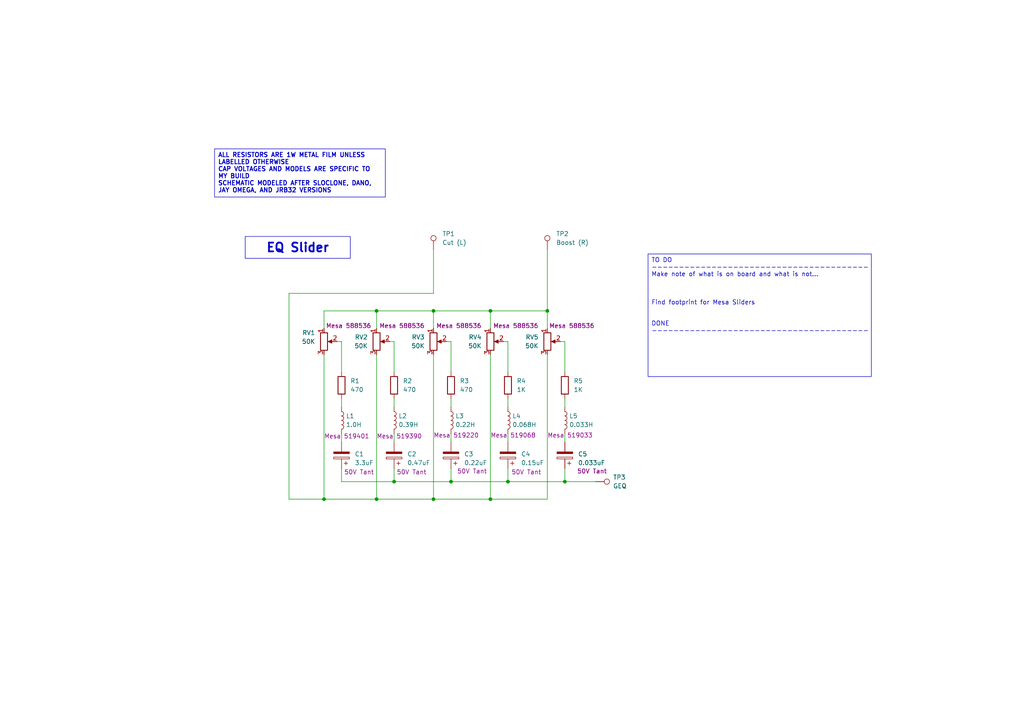
<source format=kicad_sch>
(kicad_sch (version 20250114) (generator "eeschema") (generator_version "9.0")
  (paper "A4")
  (lib_symbols
    (symbol "Connector:TestPoint" (pin_numbers (hide yes)) (pin_names (offset 0.762) (hide yes))
      (property "Reference" "TP" (at 0 6.858 0))
      (property "Value" "TestPoint" (at 0 5.08 0))
      (symbol "TestPoint_0_1"
        (circle (center 0 3.302) (radius 0.762))
      )
      (symbol "TestPoint_1_1"
        (pin passive line (at 0 0 90) (length 2.54) (name "1") (number "1"))
      )
    )
    (symbol "Device:C_Polarized" (pin_numbers (hide yes)) (pin_names (offset 0.254))
      (property "Reference" "C" (at 0.635 2.54 0))
      (property "Value" "C_Polarized" (at 0.635 -2.54 0))
      (symbol "C_Polarized_0_1"
        (rectangle (start -2.286 0.508) (end 2.286 1.016))
        (polyline (pts (xy -1.778 2.286) (xy -0.762 2.286)))
        (polyline (pts (xy -1.27 2.794) (xy -1.27 1.778)))
        (rectangle (start 2.286 -0.508) (end -2.286 -1.016) (fill (type outline)))
      )
      (symbol "C_Polarized_1_1"
        (pin passive line (at 0 3.81 270) (length 2.794) (name "~") (number "1"))
        (pin passive line (at 0 -3.81 90) (length 2.794) (name "~") (number "2"))
      )
    )
    (symbol "Device:L" (pin_numbers (hide yes)) (pin_names (offset 1.016) (hide yes))
      (property "Reference" "L" (at -1.27 0 90))
      (property "Value" "L" (at 1.905 0 90))
      (symbol "L_0_1"
        (arc (start 0 2.54) (mid 0.6323 1.905) (end 0 1.27))
        (arc (start 0 1.27) (mid 0.6323 0.635) (end 0 0))
        (arc (start 0 0) (mid 0.6323 -0.635) (end 0 -1.27))
        (arc (start 0 -1.27) (mid 0.6323 -1.905) (end 0 -2.54))
      )
      (symbol "L_1_1"
        (pin passive line (at 0 3.81 270) (length 1.27) (name "1") (number "1"))
        (pin passive line (at 0 -3.81 90) (length 1.27) (name "2") (number "2"))
      )
    )
    (symbol "Device:R" (pin_numbers (hide yes)) (pin_names (offset 0))
      (property "Reference" "R" (at 2.032 0 90))
      (property "Value" "R" (at 0 0 90))
      (symbol "R_0_1"
        (rectangle (start -1.016 -2.54) (end 1.016 2.54) (stroke (width 0.254)))
      )
      (symbol "R_1_1"
        (pin passive line (at 0 3.81 270) (length 1.27) (name "~") (number "1"))
        (pin passive line (at 0 -3.81 90) (length 1.27) (name "~") (number "2"))
      )
    )
    (symbol "Device:R_Potentiometer" (pin_names (offset 1.016) (hide yes))
      (property "Reference" "RV" (at -4.445 0 90))
      (property "Value" "R_Potentiometer" (at -2.54 0 90))
      (symbol "R_Potentiometer_0_1"
        (rectangle (start 1.016 2.54) (end -1.016 -2.54) (stroke (width 0.254)))
        (polyline (pts (xy 1.143 0) (xy 2.286 0.508) (xy 2.286 -0.508) (xy 1.143 0)) (fill (type outline)))
        (polyline (pts (xy 2.54 0) (xy 1.524 0)))
      )
      (symbol "R_Potentiometer_1_1"
        (pin passive line (at 0 3.81 270) (length 1.27) (name "1") (number "1"))
        (pin passive line (at 0 -3.81 90) (length 1.27) (name "3") (number "3"))
        (pin passive line (at 3.81 0 180) (length 1.27) (name "2") (number "2"))
      )
    )
  )
  (text_box "ALL RESISTORS ARE 1W METAL FILM UNLESS LABELLED OTHERWISE\nCAP VOLTAGES AND MODELS ARE SPECIFIC TO MY BUILD\nSCHEMATIC MODELED AFTER SLOCLONE, DANO, JAY OMEGA, AND JRB32 VERSIONS" (at 62.23 43.18 0) (size 49.53 13.97) (margins 0.9525 0.9525 0.9525 0.9525) (effects (font (size 1.27 1.27) (thickness 0.254) (bold yes)) (justify left top)))
  (text_box "TO DO\n----------------------------------------\nMake note of what is on board and what is not...\n\n\n\nFind footprint for Mesa Sliders\n\n\nDONE\n----------------------------------------\n" (at 187.96 73.66 0) (size 64.77 35.56) (margins 0.9525 0.9525 0.9525 0.9525) (effects (font (size 1.27 1.27)) (justify left top)))
  (text_box "EQ Slider" (at 71.12 68.58 0) (size 30.48 6.35) (margins 0.9525 0.9525 0.9525 0.9525) (effects (font (size 2.54 2.54) (thickness 0.508) (bold yes))))
  (junction (at 109.22 90.17))
  (junction (at 142.24 144.78))
  (junction (at 93.98 144.78))
  (junction (at 130.81 139.7))
  (junction (at 114.3 139.7))
  (junction (at 109.22 144.78))
  (junction (at 163.83 139.7))
  (junction (at 147.32 139.7))
  (junction (at 142.24 90.17))
  (junction (at 125.73 144.78))
  (junction (at 125.73 90.17))
  (junction (at 158.75 90.17))
  (wire (pts (xy 147.32 118.11) (xy 147.32 115.57)))
  (wire (pts (xy 163.83 99.06) (xy 163.83 107.95)))
  (wire (pts (xy 129.54 99.06) (xy 130.81 99.06)))
  (wire (pts (xy 163.83 135.89) (xy 163.83 139.7)))
  (wire (pts (xy 147.32 125.73) (xy 147.32 128.27)))
  (wire (pts (xy 163.83 125.73) (xy 163.83 128.27)))
  (wire (pts (xy 125.73 72.39) (xy 125.73 85.09)))
  (wire (pts (xy 158.75 90.17) (xy 158.75 72.39)))
  (wire (pts (xy 83.82 85.09) (xy 83.82 144.78)))
  (wire (pts (xy 130.81 125.73) (xy 130.81 128.27)))
  (wire (pts (xy 147.32 99.06) (xy 147.32 107.95)))
  (wire (pts (xy 158.75 90.17) (xy 158.75 95.25)))
  (wire (pts (xy 114.3 115.57) (xy 114.3 118.11)))
  (wire (pts (xy 130.81 118.11) (xy 130.81 115.57)))
  (wire (pts (xy 146.05 99.06) (xy 147.32 99.06)))
  (wire (pts (xy 114.3 125.73) (xy 114.3 128.27)))
  (wire (pts (xy 130.81 139.7) (xy 147.32 139.7)))
  (wire (pts (xy 109.22 102.87) (xy 109.22 144.78)))
  (wire (pts (xy 142.24 144.78) (xy 158.75 144.78)))
  (wire (pts (xy 99.06 125.73) (xy 99.06 128.27)))
  (wire (pts (xy 109.22 90.17) (xy 109.22 95.25)))
  (wire (pts (xy 83.82 144.78) (xy 93.98 144.78)))
  (wire (pts (xy 93.98 144.78) (xy 109.22 144.78)))
  (wire (pts (xy 99.06 139.7) (xy 114.3 139.7)))
  (wire (pts (xy 162.56 99.06) (xy 163.83 99.06)))
  (wire (pts (xy 114.3 99.06) (xy 114.3 107.95)))
  (wire (pts (xy 142.24 102.87) (xy 142.24 144.78)))
  (wire (pts (xy 125.73 85.09) (xy 83.82 85.09)))
  (wire (pts (xy 163.83 118.11) (xy 163.83 115.57)))
  (wire (pts (xy 125.73 90.17) (xy 142.24 90.17)))
  (wire (pts (xy 99.06 135.89) (xy 99.06 139.7)))
  (wire (pts (xy 93.98 95.25) (xy 93.98 90.17)))
  (wire (pts (xy 125.73 102.87) (xy 125.73 144.78)))
  (wire (pts (xy 130.81 135.89) (xy 130.81 139.7)))
  (wire (pts (xy 147.32 135.89) (xy 147.32 139.7)))
  (wire (pts (xy 99.06 118.11) (xy 99.06 115.57)))
  (wire (pts (xy 163.83 139.7) (xy 172.72 139.7)))
  (wire (pts (xy 125.73 90.17) (xy 125.73 95.25)))
  (wire (pts (xy 130.81 99.06) (xy 130.81 107.95)))
  (wire (pts (xy 142.24 90.17) (xy 142.24 95.25)))
  (wire (pts (xy 93.98 90.17) (xy 109.22 90.17)))
  (wire (pts (xy 125.73 144.78) (xy 142.24 144.78)))
  (wire (pts (xy 99.06 99.06) (xy 99.06 107.95)))
  (wire (pts (xy 113.03 99.06) (xy 114.3 99.06)))
  (wire (pts (xy 109.22 90.17) (xy 125.73 90.17)))
  (wire (pts (xy 109.22 144.78) (xy 125.73 144.78)))
  (wire (pts (xy 147.32 139.7) (xy 163.83 139.7)))
  (wire (pts (xy 158.75 144.78) (xy 158.75 102.87)))
  (wire (pts (xy 99.06 99.06) (xy 97.79 99.06)))
  (wire (pts (xy 114.3 139.7) (xy 130.81 139.7)))
  (wire (pts (xy 114.3 135.89) (xy 114.3 139.7)))
  (wire (pts (xy 142.24 90.17) (xy 158.75 90.17)))
  (wire (pts (xy 93.98 102.87) (xy 93.98 144.78)))
  (symbol (lib_id "Device:L") (at 99.06 121.92 0) (unit 1)
    (property "Reference" "L1" (at 100.33 120.6499 0) (effects (justify left)))
    (property "Value" "1.0H" (at 100.33 123.1899 0) (effects (justify left)))
    (property "Description" "Inductor" (effects (hide yes)))
    (property "Notes" "Mesa 519401" (at 100.584 126.492 0))
  )
  (symbol (lib_id "Device:R") (at 147.32 111.76 0) (unit 1)
    (property "Reference" "R4" (at 149.86 110.4899 0) (effects (justify left)))
    (property "Value" "1K" (at 149.86 113.0299 0) (effects (justify left)))
    (property "Footprint" "Resistor_THT:R_Axial_DIN0411_L9.9mm_D3.6mm_P15.24mm_Horizontal" (effects (hide yes)))
    (property "Description" "Resistor" (effects (hide yes)))
  )
  (symbol (lib_id "Device:L") (at 114.3 121.92 0) (unit 1)
    (property "Reference" "L2" (at 115.57 120.6499 0) (effects (justify left)))
    (property "Value" "0.39H" (at 115.57 123.1899 0) (effects (justify left)))
    (property "Description" "Inductor" (effects (hide yes)))
    (property "Notes" "Mesa 519390" (at 115.824 126.492 0))
  )
  (symbol (lib_id "Device:R") (at 99.06 111.76 0) (unit 1)
    (property "Reference" "R1" (at 101.6 110.4899 0) (effects (justify left)))
    (property "Value" "470" (at 101.6 113.0299 0) (effects (justify left)))
    (property "Footprint" "Resistor_THT:R_Axial_DIN0411_L9.9mm_D3.6mm_P15.24mm_Horizontal" (effects (hide yes)))
    (property "Description" "Resistor" (effects (hide yes)))
  )
  (symbol (lib_id "Device:C_Polarized") (at 147.32 132.08 180) (unit 1)
    (property "Reference" "C4" (at 151.13 131.6989 0) (effects (justify right)))
    (property "Value" "0.15uF" (at 151.13 134.2389 0) (effects (justify right)))
    (property "Description" "Polarized capacitor" (effects (hide yes)))
    (property "Notes" "50V Tant" (at 152.654 136.906 0))
  )
  (symbol (lib_id "Connector:TestPoint") (at 172.72 139.7 270) (unit 1)
    (property "Reference" "TP3" (at 177.8 138.4299 90) (effects (justify left)))
    (property "Value" "GEQ" (at 177.8 140.9699 90) (effects (justify left)))
    (property "Footprint" "HiroFootprints:Out_Hole_3.4_1.8" (effects (hide yes)))
    (property "Description" "test point" (effects (hide yes)))
  )
  (symbol (lib_id "Device:C_Polarized") (at 163.83 132.08 180) (unit 1)
    (property "Reference" "C5" (at 167.64 131.6989 0) (effects (justify right)))
    (property "Value" "0.033uF" (at 167.64 134.2389 0) (effects (justify right)))
    (property "Description" "Polarized capacitor" (effects (hide yes)))
    (property "Notes" "50V Tant" (at 171.704 136.652 0))
  )
  (symbol (lib_id "Device:R_Potentiometer") (at 158.75 99.06 0) (unit 1)
    (property "Reference" "RV5" (at 156.21 97.7899 0) (effects (justify right)))
    (property "Value" "50K" (at 156.21 100.3299 0) (effects (justify right)))
    (property "Description" "Potentiometer" (effects (hide yes)))
    (property "Notes" "Mesa 588536" (at 165.862 94.488 0))
  )
  (symbol (lib_id "Device:R_Potentiometer") (at 142.24 99.06 0) (unit 1)
    (property "Reference" "RV4" (at 139.7 97.7899 0) (effects (justify right)))
    (property "Value" "50K" (at 139.7 100.3299 0) (effects (justify right)))
    (property "Description" "Potentiometer" (effects (hide yes)))
    (property "Notes" "Mesa 588536" (at 149.606 94.488 0))
  )
  (symbol (lib_id "Device:R") (at 130.81 111.76 0) (unit 1)
    (property "Reference" "R3" (at 133.35 110.4899 0) (effects (justify left)))
    (property "Value" "470" (at 133.35 113.0299 0) (effects (justify left)))
    (property "Footprint" "Resistor_THT:R_Axial_DIN0411_L9.9mm_D3.6mm_P15.24mm_Horizontal" (effects (hide yes)))
    (property "Description" "Resistor" (effects (hide yes)))
  )
  (symbol (lib_id "Device:L") (at 163.83 121.92 0) (unit 1)
    (property "Reference" "L5" (at 165.1 120.6499 0) (effects (justify left)))
    (property "Value" "0.033H" (at 165.1 123.1899 0) (effects (justify left)))
    (property "Description" "Inductor" (effects (hide yes)))
    (property "Notes" "Mesa 519033" (at 165.354 126.238 0))
  )
  (symbol (lib_id "Device:L") (at 130.81 121.92 0) (unit 1)
    (property "Reference" "L3" (at 132.08 120.6499 0) (effects (justify left)))
    (property "Value" "0.22H" (at 132.08 123.1899 0) (effects (justify left)))
    (property "Description" "Inductor" (effects (hide yes)))
    (property "Notes" "Mesa 519220" (at 132.334 126.238 0))
  )
  (symbol (lib_id "Device:C_Polarized") (at 114.3 132.08 180) (unit 1)
    (property "Reference" "C2" (at 118.11 131.6989 0) (effects (justify right)))
    (property "Value" "0.47uF" (at 118.11 134.2389 0) (effects (justify right)))
    (property "Footprint" "Capacitor_THT:CP_Axial_L10.0mm_D4.5mm_P15.00mm_Horizontal" (effects (hide yes)))
    (property "Description" "Polarized capacitor" (effects (hide yes)))
    (property "Notes" "50V Tant" (at 119.38 136.906 0))
  )
  (symbol (lib_id "Device:R_Potentiometer") (at 93.98 99.06 0) (unit 1)
    (property "Reference" "RV1" (at 91.44 96.5199 0) (effects (justify right)))
    (property "Value" "50K" (at 91.44 99.0599 0) (effects (justify right)))
    (property "Description" "Potentiometer" (effects (hide yes)))
    (property "Notes" "Mesa 588536" (at 107.696 94.488 0) (effects (justify right)))
  )
  (symbol (lib_id "Device:R_Potentiometer") (at 109.22 99.06 0) (unit 1)
    (property "Reference" "RV2" (at 106.68 97.7899 0) (effects (justify right)))
    (property "Value" "50K" (at 106.68 100.3299 0) (effects (justify right)))
    (property "Description" "Potentiometer" (effects (hide yes)))
    (property "Notes" "Mesa 588536" (at 116.586 94.488 0))
  )
  (symbol (lib_id "Device:R") (at 163.83 111.76 0) (unit 1)
    (property "Reference" "R5" (at 166.37 110.4899 0) (effects (justify left)))
    (property "Value" "1K" (at 166.37 113.0299 0) (effects (justify left)))
    (property "Footprint" "Resistor_THT:R_Axial_DIN0411_L9.9mm_D3.6mm_P15.24mm_Horizontal" (effects (hide yes)))
    (property "Description" "Resistor" (effects (hide yes)))
  )
  (symbol (lib_id "Device:R") (at 114.3 111.76 0) (unit 1)
    (property "Reference" "R2" (at 116.84 110.4899 0) (effects (justify left)))
    (property "Value" "470" (at 116.84 113.0299 0) (effects (justify left)))
    (property "Footprint" "Resistor_THT:R_Axial_DIN0411_L9.9mm_D3.6mm_P15.24mm_Horizontal" (effects (hide yes)))
    (property "Description" "Resistor" (effects (hide yes)))
  )
  (symbol (lib_id "Device:C_Polarized") (at 99.06 132.08 180) (unit 1)
    (property "Reference" "C1" (at 102.87 131.6989 0) (effects (justify right)))
    (property "Value" "3.3uF" (at 102.87 134.2389 0) (effects (justify right)))
    (property "Footprint" "Capacitor_THT:CP_Axial_L11.0mm_D5.0mm_P18.00mm_Horizontal" (effects (hide yes)))
    (property "Description" "Polarized capacitor" (effects (hide yes)))
    (property "Notes" "50V Tant" (at 104.14 136.906 0))
  )
  (symbol (lib_id "Device:C_Polarized") (at 130.81 132.08 180) (unit 1)
    (property "Reference" "C3" (at 134.62 131.6989 0) (effects (justify right)))
    (property "Value" "0.22uF" (at 134.62 134.2389 0) (effects (justify right)))
    (property "Footprint" "Capacitor_THT:CP_Axial_L10.0mm_D4.5mm_P15.00mm_Horizontal" (effects (hide yes)))
    (property "Description" "Polarized capacitor" (effects (hide yes)))
    (property "Notes" "50V Tant" (at 136.906 136.652 0))
  )
  (symbol (lib_id "Device:L") (at 147.32 121.92 0) (unit 1)
    (property "Reference" "L4" (at 148.59 120.6499 0) (effects (justify left)))
    (property "Value" "0.068H" (at 148.59 123.1899 0) (effects (justify left)))
    (property "Description" "Inductor" (effects (hide yes)))
    (property "Notes" "Mesa 519068" (at 148.844 126.238 0))
  )
  (symbol (lib_id "Connector:TestPoint") (at 125.73 72.39 0) (unit 1)
    (property "Reference" "TP1" (at 128.27 67.8179 0) (effects (justify left)))
    (property "Value" "Cut (L)" (at 128.27 70.3579 0) (effects (justify left)))
    (property "Footprint" "HiroFootprints:Out_Hole_3.4_1.8" (effects (hide yes)))
    (property "Description" "test point" (effects (hide yes)))
  )
  (symbol (lib_id "Connector:TestPoint") (at 158.75 72.39 0) (unit 1)
    (property "Reference" "TP2" (at 161.29 67.8179 0) (effects (justify left)))
    (property "Value" "Boost (R)" (at 161.29 70.3579 0) (effects (justify left)))
    (property "Footprint" "HiroFootprints:Out_Hole_3.4_1.8" (effects (hide yes)))
    (property "Description" "test point" (effects (hide yes)))
  )
  (symbol (lib_id "Device:R_Potentiometer") (at 125.73 99.06 0) (unit 1)
    (property "Reference" "RV3" (at 123.19 97.7899 0) (effects (justify right)))
    (property "Value" "50K" (at 123.19 100.3299 0) (effects (justify right)))
    (property "Description" "Potentiometer" (effects (hide yes)))
    (property "Notes" "Mesa 588536" (at 133.096 94.488 0))
  )
)
</source>
